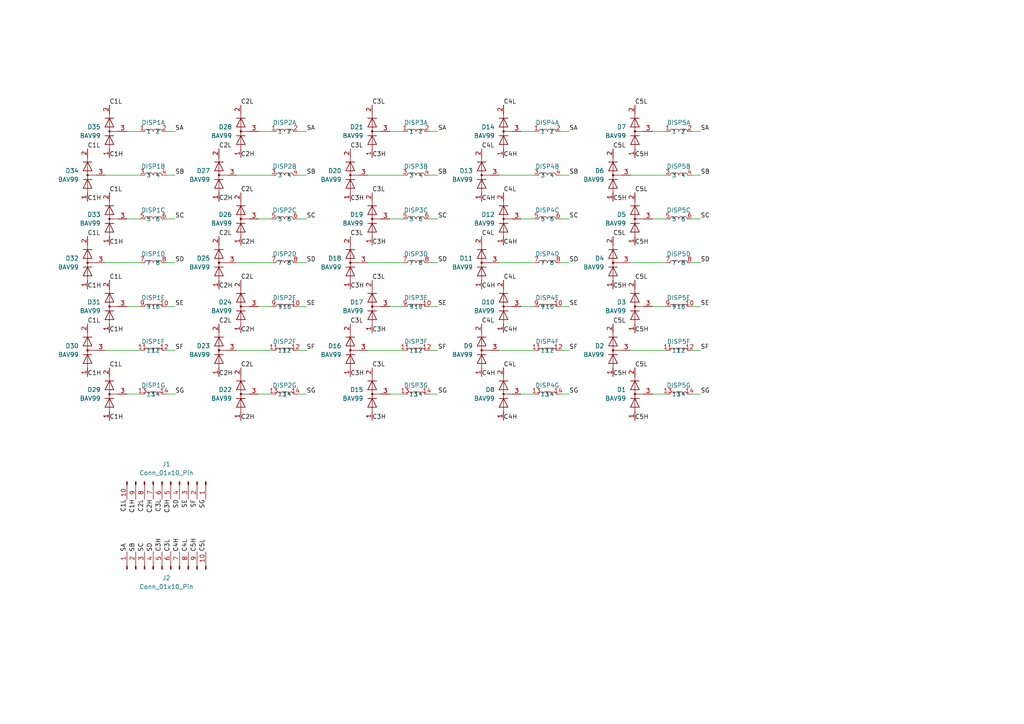
<source format=kicad_sch>
(kicad_sch (version 20230121) (generator eeschema)
  (paper "A4")
  (lib_symbols
    (symbol "Connector:Conn_01x10_Pin" (pin_names (offset 1.016) hide)
      (property "Reference" "J" (at 0 12.7 0))
      (property "Value" "Conn_01x10_Pin" (at 0 -15.24 0))
      (symbol "Conn_01x10_Pin_1_1"
        (polyline (pts (xy 1.27 -12.7) (xy 0.8636 -12.7)) (stroke (width 0.1524)))
        (polyline (pts (xy 1.27 -10.16) (xy 0.8636 -10.16)) (stroke (width 0.1524)))
        (polyline (pts (xy 1.27 -7.62) (xy 0.8636 -7.62)) (stroke (width 0.1524)))
        (polyline (pts (xy 1.27 -5.08) (xy 0.8636 -5.08)) (stroke (width 0.1524)))
        (polyline (pts (xy 1.27 -2.54) (xy 0.8636 -2.54)) (stroke (width 0.1524)))
        (polyline (pts (xy 1.27 0) (xy 0.8636 0)) (stroke (width 0.1524)))
        (polyline (pts (xy 1.27 2.54) (xy 0.8636 2.54)) (stroke (width 0.1524)))
        (polyline (pts (xy 1.27 5.08) (xy 0.8636 5.08)) (stroke (width 0.1524)))
        (polyline (pts (xy 1.27 7.62) (xy 0.8636 7.62)) (stroke (width 0.1524)))
        (polyline (pts (xy 1.27 10.16) (xy 0.8636 10.16)) (stroke (width 0.1524)))
        (rectangle (start 0.8636 -12.573) (end 0 -12.827) (stroke (width 0.1524)) (fill (type outline)))
        (rectangle (start 0.8636 -10.033) (end 0 -10.287) (stroke (width 0.1524)) (fill (type outline)))
        (rectangle (start 0.8636 -7.493) (end 0 -7.747) (stroke (width 0.1524)) (fill (type outline)))
        (rectangle (start 0.8636 -4.953) (end 0 -5.207) (stroke (width 0.1524)) (fill (type outline)))
        (rectangle (start 0.8636 -2.413) (end 0 -2.667) (stroke (width 0.1524)) (fill (type outline)))
        (rectangle (start 0.8636 0.127) (end 0 -0.127) (stroke (width 0.1524)) (fill (type outline)))
        (rectangle (start 0.8636 2.667) (end 0 2.413) (stroke (width 0.1524)) (fill (type outline)))
        (rectangle (start 0.8636 5.207) (end 0 4.953) (stroke (width 0.1524)) (fill (type outline)))
        (rectangle (start 0.8636 7.747) (end 0 7.493) (stroke (width 0.1524)) (fill (type outline)))
        (rectangle (start 0.8636 10.287) (end 0 10.033) (stroke (width 0.1524)) (fill (type outline)))
        (pin passive line (at 5.08 10.16 180) (length 3.81) (name "Pin_1") (number "1"))
        (pin passive line (at 5.08 -12.7 180) (length 3.81) (name "Pin_10") (number "10"))
        (pin passive line (at 5.08 7.62 180) (length 3.81) (name "Pin_2") (number "2"))
        (pin passive line (at 5.08 5.08 180) (length 3.81) (name "Pin_3") (number "3"))
        (pin passive line (at 5.08 2.54 180) (length 3.81) (name "Pin_4") (number "4"))
        (pin passive line (at 5.08 0 180) (length 3.81) (name "Pin_5") (number "5"))
        (pin passive line (at 5.08 -2.54 180) (length 3.81) (name "Pin_6") (number "6"))
        (pin passive line (at 5.08 -5.08 180) (length 3.81) (name "Pin_7") (number "7"))
        (pin passive line (at 5.08 -7.62 180) (length 3.81) (name "Pin_8") (number "8"))
        (pin passive line (at 5.08 -10.16 180) (length 3.81) (name "Pin_9") (number "9"))
      )
    )
    (symbol "Diode:BAV99" (pin_names hide)
      (property "Reference" "D" (at 0 5.08 0))
      (property "Value" "BAV99" (at 0 2.54 0))
      (symbol "BAV99_0_1"
        (polyline (pts (xy -5.08 0) (xy 5.08 0)))
      )
      (symbol "BAV99_1_1"
        (polyline (pts (xy 0 0) (xy 0 -2.54)))
        (polyline (pts (xy -1.27 -1.27) (xy -1.27 1.27) (xy -1.27 1.27)) (stroke (width 0.2032)))
        (polyline (pts (xy 3.81 1.27) (xy 3.81 -1.27) (xy 3.81 -1.27)) (stroke (width 0.2032)))
        (polyline (pts (xy -3.81 1.27) (xy -1.27 0) (xy -3.81 -1.27) (xy -3.81 1.27) (xy -3.81 1.27) (xy -3.81 1.27)) (stroke (width 0.2032)))
        (polyline (pts (xy 1.27 1.27) (xy 3.81 0) (xy 1.27 -1.27) (xy 1.27 1.27) (xy 1.27 1.27) (xy 1.27 1.27)) (stroke (width 0.2032)))
        (circle (center 0 0) (radius 0.254) (fill (type outline)))
        (pin passive line (at -7.62 0 0) (length 2.54) (name "K") (number "1"))
        (pin passive line (at 7.62 0 180) (length 2.54) (name "A") (number "2"))
        (pin passive line (at 0 -5.08 90) (length 2.54) (name "K") (number "3"))
      )
    )
    (symbol "FlipDots:1x7"
      (property "Reference" "DISP" (at 0 3.175 0))
      (symbol "1x7_0_1"
        (arc (start -1.27 0) (mid -1.905 0.6323) (end -2.54 0))
        (arc (start 0 0) (mid -0.635 0.6323) (end -1.27 0))
        (arc (start 1.27 0) (mid 0.635 0.6323) (end 0 0))
        (arc (start 2.54 0) (mid 1.905 0.6323) (end 1.27 0))
      )
      (symbol "1x7_1_1"
        (pin passive line (at -3.81 0 0) (length 1.27) (name "1") (number "1"))
        (pin passive line (at 3.81 0 180) (length 1.27) (name "2") (number "2"))
      )
      (symbol "1x7_2_1"
        (pin passive line (at -3.81 0 0) (length 1.27) (name "3") (number "3"))
        (pin passive line (at 3.81 0 180) (length 1.27) (name "4") (number "4"))
      )
      (symbol "1x7_3_1"
        (pin passive line (at -3.81 0 0) (length 1.27) (name "5") (number "5"))
        (pin passive line (at 3.81 0 180) (length 1.27) (name "6") (number "6"))
      )
      (symbol "1x7_4_1"
        (pin passive line (at -3.81 0 0) (length 1.27) (name "7") (number "7"))
        (pin passive line (at 3.81 0 180) (length 1.27) (name "8") (number "8"))
      )
      (symbol "1x7_5_1"
        (pin passive line (at 3.81 0 180) (length 1.27) (name "10") (number "10"))
        (pin passive line (at -3.81 0 0) (length 1.27) (name "9") (number "9"))
      )
      (symbol "1x7_6_1"
        (pin passive line (at -3.81 0 0) (length 1.27) (name "11") (number "11"))
        (pin passive line (at 3.81 0 180) (length 1.27) (name "12") (number "12"))
      )
      (symbol "1x7_7_1"
        (pin passive line (at -3.81 0 0) (length 1.27) (name "13") (number "13"))
        (pin passive line (at 3.81 0 180) (length 1.27) (name "14") (number "14"))
      )
    )
  )
  (wire (pts (xy 189.23 38.1) (xy 193.04 38.1)))
  (wire (pts (xy 68.58 76.2) (xy 78.74 76.2)))
  (wire (pts (xy 88.9 88.9) (xy 86.36 88.9)))
  (wire (pts (xy 203.2 114.3) (xy 200.66 114.3)))
  (wire (pts (xy 203.2 101.6) (xy 200.66 101.6)))
  (wire (pts (xy 127 88.9) (xy 124.46 88.9)))
  (wire (pts (xy 74.93 63.5) (xy 78.74 63.5)))
  (wire (pts (xy 165.1 63.5) (xy 162.56 63.5)))
  (wire (pts (xy 88.9 114.3) (xy 86.36 114.3)))
  (wire (pts (xy 151.13 88.9) (xy 154.94 88.9)))
  (wire (pts (xy 203.2 50.8) (xy 200.66 50.8)))
  (wire (pts (xy 144.78 101.6) (xy 154.94 101.6)))
  (wire (pts (xy 127 114.3) (xy 124.46 114.3)))
  (wire (pts (xy 127 101.6) (xy 124.46 101.6)))
  (wire (pts (xy 50.8 63.5) (xy 48.26 63.5)))
  (wire (pts (xy 88.9 50.8) (xy 86.36 50.8)))
  (wire (pts (xy 88.9 38.1) (xy 86.36 38.1)))
  (wire (pts (xy 165.1 88.9) (xy 162.56 88.9)))
  (wire (pts (xy 30.48 76.2) (xy 40.64 76.2)))
  (wire (pts (xy 113.03 114.3) (xy 116.84 114.3)))
  (wire (pts (xy 50.8 50.8) (xy 48.26 50.8)))
  (wire (pts (xy 182.88 101.6) (xy 193.04 101.6)))
  (wire (pts (xy 36.83 63.5) (xy 40.64 63.5)))
  (wire (pts (xy 151.13 114.3) (xy 154.94 114.3)))
  (wire (pts (xy 151.13 38.1) (xy 154.94 38.1)))
  (wire (pts (xy 68.58 101.6) (xy 78.74 101.6)))
  (wire (pts (xy 151.13 63.5) (xy 154.94 63.5)))
  (wire (pts (xy 36.83 114.3) (xy 40.64 114.3)))
  (wire (pts (xy 182.88 50.8) (xy 193.04 50.8)))
  (wire (pts (xy 189.23 114.3) (xy 193.04 114.3)))
  (wire (pts (xy 68.58 50.8) (xy 78.74 50.8)))
  (wire (pts (xy 106.68 76.2) (xy 116.84 76.2)))
  (wire (pts (xy 127 76.2) (xy 124.46 76.2)))
  (wire (pts (xy 113.03 63.5) (xy 116.84 63.5)))
  (wire (pts (xy 74.93 114.3) (xy 78.74 114.3)))
  (wire (pts (xy 203.2 63.5) (xy 200.66 63.5)))
  (wire (pts (xy 106.68 101.6) (xy 116.84 101.6)))
  (wire (pts (xy 144.78 50.8) (xy 154.94 50.8)))
  (wire (pts (xy 113.03 88.9) (xy 116.84 88.9)))
  (wire (pts (xy 30.48 50.8) (xy 40.64 50.8)))
  (wire (pts (xy 50.8 101.6) (xy 48.26 101.6)))
  (wire (pts (xy 203.2 38.1) (xy 200.66 38.1)))
  (wire (pts (xy 50.8 38.1) (xy 48.26 38.1)))
  (wire (pts (xy 113.03 38.1) (xy 116.84 38.1)))
  (wire (pts (xy 165.1 76.2) (xy 162.56 76.2)))
  (wire (pts (xy 74.93 88.9) (xy 78.74 88.9)))
  (wire (pts (xy 165.1 114.3) (xy 162.56 114.3)))
  (wire (pts (xy 203.2 88.9) (xy 200.66 88.9)))
  (wire (pts (xy 30.48 101.6) (xy 40.64 101.6)))
  (wire (pts (xy 189.23 88.9) (xy 193.04 88.9)))
  (wire (pts (xy 127 50.8) (xy 124.46 50.8)))
  (wire (pts (xy 127 38.1) (xy 124.46 38.1)))
  (wire (pts (xy 106.68 50.8) (xy 116.84 50.8)))
  (wire (pts (xy 74.93 38.1) (xy 78.74 38.1)))
  (wire (pts (xy 203.2 76.2) (xy 200.66 76.2)))
  (wire (pts (xy 182.88 76.2) (xy 193.04 76.2)))
  (wire (pts (xy 165.1 50.8) (xy 162.56 50.8)))
  (wire (pts (xy 50.8 114.3) (xy 48.26 114.3)))
  (wire (pts (xy 165.1 101.6) (xy 162.56 101.6)))
  (wire (pts (xy 88.9 76.2) (xy 86.36 76.2)))
  (wire (pts (xy 144.78 76.2) (xy 154.94 76.2)))
  (wire (pts (xy 88.9 101.6) (xy 86.36 101.6)))
  (wire (pts (xy 36.83 38.1) (xy 40.64 38.1)))
  (wire (pts (xy 127 63.5) (xy 124.46 63.5)))
  (wire (pts (xy 36.83 88.9) (xy 40.64 88.9)))
  (wire (pts (xy 165.1 38.1) (xy 162.56 38.1)))
  (wire (pts (xy 88.9 63.5) (xy 86.36 63.5)))
  (wire (pts (xy 50.8 76.2) (xy 48.26 76.2)))
  (wire (pts (xy 189.23 63.5) (xy 193.04 63.5)))
  (wire (pts (xy 50.8 88.9) (xy 48.26 88.9)))
  (label "C2H" (at 69.85 121.92 0))
  (label "SC" (at 88.9 63.5 0))
  (label "C4H" (at 146.05 45.72 0))
  (label "C3L" (at 101.6 43.18 0))
  (label "C3L" (at 107.95 55.88 0))
  (label "SB" (at 39.37 160.02 90))
  (label "C3L" (at 107.95 30.48 0))
  (label "SE" (at 127 88.9 0))
  (label "SC" (at 203.2 63.5 0))
  (label "C4H" (at 52.07 160.02 90))
  (label "C4L" (at 139.7 68.58 0))
  (label "C4H" (at 139.7 58.42 0))
  (label "C5H" (at 184.15 71.12 0))
  (label "SA" (at 127 38.1 0))
  (label "SC" (at 41.91 160.02 90))
  (label "C2L" (at 69.85 106.68 0))
  (label "SG" (at 127 114.3 0))
  (label "C2H" (at 69.85 71.12 0))
  (label "C4L" (at 146.05 30.48 0))
  (label "SF" (at 203.2 101.6 0))
  (label "SE" (at 203.2 88.9 0))
  (label "C5L" (at 177.8 93.98 0))
  (label "C5L" (at 184.15 81.28 0))
  (label "C5L" (at 59.69 160.02 90))
  (label "C4H" (at 146.05 96.52 0))
  (label "C5H" (at 184.15 45.72 0))
  (label "SA" (at 203.2 38.1 0))
  (label "SD" (at 44.45 160.02 90))
  (label "C2H" (at 69.85 96.52 0))
  (label "C5H" (at 177.8 58.42 0))
  (label "C1L" (at 36.83 144.78 270))
  (label "SE" (at 88.9 88.9 0))
  (label "C5H" (at 184.15 121.92 0))
  (label "SE" (at 165.1 88.9 0))
  (label "C5L" (at 177.8 68.58 0))
  (label "C4H" (at 146.05 71.12 0))
  (label "C5H" (at 184.15 96.52 0))
  (label "SF" (at 50.8 101.6 0))
  (label "C1H" (at 31.75 121.92 0))
  (label "C3L" (at 101.6 68.58 0))
  (label "SD" (at 52.07 144.78 270))
  (label "C3H" (at 107.95 71.12 0))
  (label "C3H" (at 101.6 109.22 0))
  (label "SA" (at 36.83 160.02 90))
  (label "SB" (at 203.2 50.8 0))
  (label "C3L" (at 101.6 93.98 0))
  (label "C2H" (at 63.5 109.22 0))
  (label "C4L" (at 146.05 81.28 0))
  (label "SE" (at 54.61 144.78 270))
  (label "C3H" (at 107.95 96.52 0))
  (label "C5L" (at 177.8 43.18 0))
  (label "C4H" (at 139.7 109.22 0))
  (label "C1H" (at 39.37 144.78 270))
  (label "SD" (at 88.9 76.2 0))
  (label "SE" (at 50.8 88.9 0))
  (label "C3H" (at 46.99 160.02 90))
  (label "C2L" (at 63.5 43.18 0))
  (label "SD" (at 127 76.2 0))
  (label "SC" (at 50.8 63.5 0))
  (label "SG" (at 165.1 114.3 0))
  (label "C4L" (at 54.61 160.02 90))
  (label "C1H" (at 31.75 96.52 0))
  (label "C2H" (at 69.85 45.72 0))
  (label "SF" (at 88.9 101.6 0))
  (label "C1L" (at 25.4 93.98 0))
  (label "C1L" (at 31.75 30.48 0))
  (label "C2H" (at 63.5 83.82 0))
  (label "C5H" (at 57.15 160.02 90))
  (label "C3L" (at 107.95 81.28 0))
  (label "C2L" (at 63.5 93.98 0))
  (label "C4L" (at 146.05 106.68 0))
  (label "C2L" (at 41.91 144.78 270))
  (label "SA" (at 50.8 38.1 0))
  (label "C5H" (at 177.8 109.22 0))
  (label "C5H" (at 177.8 83.82 0))
  (label "C4H" (at 146.05 121.92 0))
  (label "C3L" (at 46.99 144.78 270))
  (label "SB" (at 165.1 50.8 0))
  (label "C1L" (at 31.75 106.68 0))
  (label "C2H" (at 63.5 58.42 0))
  (label "C1H" (at 25.4 109.22 0))
  (label "SB" (at 50.8 50.8 0))
  (label "SG" (at 59.69 144.78 270))
  (label "SD" (at 165.1 76.2 0))
  (label "C2L" (at 69.85 81.28 0))
  (label "C2L" (at 69.85 55.88 0))
  (label "C3H" (at 107.95 121.92 0))
  (label "SD" (at 203.2 76.2 0))
  (label "C1H" (at 25.4 83.82 0))
  (label "SF" (at 57.15 144.78 270))
  (label "C5L" (at 184.15 55.88 0))
  (label "C1L" (at 31.75 55.88 0))
  (label "SF" (at 127 101.6 0))
  (label "C2L" (at 63.5 68.58 0))
  (label "C4L" (at 139.7 93.98 0))
  (label "C3L" (at 107.95 106.68 0))
  (label "SC" (at 165.1 63.5 0))
  (label "SG" (at 88.9 114.3 0))
  (label "SD" (at 50.8 76.2 0))
  (label "C1L" (at 31.75 81.28 0))
  (label "C1L" (at 25.4 68.58 0))
  (label "C3H" (at 49.53 144.78 270))
  (label "C4H" (at 139.7 83.82 0))
  (label "SA" (at 88.9 38.1 0))
  (label "SF" (at 165.1 101.6 0))
  (label "C3H" (at 107.95 45.72 0))
  (label "SG" (at 203.2 114.3 0))
  (label "C4L" (at 139.7 43.18 0))
  (label "C4L" (at 146.05 55.88 0))
  (label "SB" (at 127 50.8 0))
  (label "C1L" (at 25.4 43.18 0))
  (label "C3H" (at 101.6 58.42 0))
  (label "C1H" (at 31.75 71.12 0))
  (label "C3L" (at 49.53 160.02 90))
  (label "C5L" (at 184.15 106.68 0))
  (label "C2H" (at 44.45 144.78 270))
  (label "C1H" (at 31.75 45.72 0))
  (label "SB" (at 88.9 50.8 0))
  (label "C1H" (at 25.4 58.42 0))
  (label "C5L" (at 184.15 30.48 0))
  (label "C3H" (at 101.6 83.82 0))
  (label "SG" (at 50.8 114.3 0))
  (label "SC" (at 127 63.5 0))
  (label "C2L" (at 69.85 30.48 0))
  (label "SA" (at 165.1 38.1 0))
  (symbol (lib_id "Diode:BAV99") (at 63.5 50.8 90) (unit 1)
    (property "Reference" "D27" (at 60.96 49.53 90) (effects (justify left)))
    (property "Value" "BAV99" (at 60.96 52.07 90) (effects (justify left)))
    (property "Footprint" "Package_TO_SOT_SMD:SOT-23" (effects hide))
    (property "Datasheet" "https://assets.nexperia.com/documents/data-sheet/BAV99_SER.pdf" (effects hide))
  )
  (symbol (lib_id "FlipDots:1x7") (at 120.65 101.6 0) (unit 6)
    (property "Reference" "DISP3" (at 120.65 99.06 0))
    (property "Footprint" "FlipDots:1x7" (effects hide))
  )
  (symbol (lib_id "FlipDots:1x7") (at 44.45 101.6 0) (unit 6)
    (property "Reference" "DISP1" (at 44.45 99.06 0))
    (property "Footprint" "FlipDots:1x7" (effects hide))
  )
  (symbol (lib_id "FlipDots:1x7") (at 158.75 63.5 0) (unit 3)
    (property "Reference" "DISP4" (at 158.75 60.96 0))
    (property "Footprint" "FlipDots:1x7" (effects hide))
  )
  (symbol (lib_id "FlipDots:1x7") (at 82.55 88.9 0) (unit 5)
    (property "Reference" "DISP2" (at 82.55 86.36 0))
    (property "Footprint" "FlipDots:1x7" (effects hide))
  )
  (symbol (lib_id "Diode:BAV99") (at 63.5 101.6 90) (unit 1)
    (property "Reference" "D23" (at 60.96 100.33 90) (effects (justify left)))
    (property "Value" "BAV99" (at 60.96 102.87 90) (effects (justify left)))
    (property "Footprint" "Package_TO_SOT_SMD:SOT-23" (effects hide))
    (property "Datasheet" "https://assets.nexperia.com/documents/data-sheet/BAV99_SER.pdf" (effects hide))
  )
  (symbol (lib_id "Diode:BAV99") (at 31.75 88.9 90) (unit 1)
    (property "Reference" "D31" (at 29.21 87.63 90) (effects (justify left)))
    (property "Value" "BAV99" (at 29.21 90.17 90) (effects (justify left)))
    (property "Footprint" "Package_TO_SOT_SMD:SOT-23" (effects hide))
    (property "Datasheet" "https://assets.nexperia.com/documents/data-sheet/BAV99_SER.pdf" (effects hide))
  )
  (symbol (lib_id "Diode:BAV99") (at 107.95 63.5 90) (unit 1)
    (property "Reference" "D19" (at 105.41 62.23 90) (effects (justify left)))
    (property "Value" "BAV99" (at 105.41 64.77 90) (effects (justify left)))
    (property "Footprint" "Package_TO_SOT_SMD:SOT-23" (effects hide))
    (property "Datasheet" "https://assets.nexperia.com/documents/data-sheet/BAV99_SER.pdf" (effects hide))
  )
  (symbol (lib_id "Diode:BAV99") (at 177.8 101.6 90) (unit 1)
    (property "Reference" "D2" (at 175.26 100.33 90) (effects (justify left)))
    (property "Value" "BAV99" (at 175.26 102.87 90) (effects (justify left)))
    (property "Footprint" "Package_TO_SOT_SMD:SOT-23" (effects hide))
    (property "Datasheet" "https://assets.nexperia.com/documents/data-sheet/BAV99_SER.pdf" (effects hide))
  )
  (symbol (lib_id "FlipDots:1x7") (at 82.55 38.1 0) (unit 1)
    (property "Reference" "DISP2" (at 82.55 35.56 0))
    (property "Footprint" "FlipDots:1x7" (effects hide))
  )
  (symbol (lib_id "FlipDots:1x7") (at 158.75 88.9 0) (unit 5)
    (property "Reference" "DISP4" (at 158.75 86.36 0))
    (property "Footprint" "FlipDots:1x7" (effects hide))
  )
  (symbol (lib_id "FlipDots:1x7") (at 82.55 50.8 0) (unit 2)
    (property "Reference" "DISP2" (at 82.55 48.26 0))
    (property "Footprint" "FlipDots:1x7" (effects hide))
  )
  (symbol (lib_id "FlipDots:1x7") (at 82.55 76.2 0) (unit 4)
    (property "Reference" "DISP2" (at 82.55 73.66 0))
    (property "Footprint" "FlipDots:1x7" (effects hide))
  )
  (symbol (lib_id "FlipDots:1x7") (at 196.85 76.2 0) (unit 4)
    (property "Reference" "DISP5" (at 196.85 73.66 0))
    (property "Footprint" "FlipDots:1x7" (effects hide))
  )
  (symbol (lib_id "FlipDots:1x7") (at 158.75 38.1 0) (unit 1)
    (property "Reference" "DISP4" (at 158.75 35.56 0))
    (property "Footprint" "FlipDots:1x7" (effects hide))
  )
  (symbol (lib_id "Diode:BAV99") (at 139.7 50.8 90) (unit 1)
    (property "Reference" "D13" (at 137.16 49.53 90) (effects (justify left)))
    (property "Value" "BAV99" (at 137.16 52.07 90) (effects (justify left)))
    (property "Footprint" "Package_TO_SOT_SMD:SOT-23" (effects hide))
    (property "Datasheet" "https://assets.nexperia.com/documents/data-sheet/BAV99_SER.pdf" (effects hide))
  )
  (symbol (lib_id "Diode:BAV99") (at 177.8 50.8 90) (unit 1)
    (property "Reference" "D6" (at 175.26 49.53 90) (effects (justify left)))
    (property "Value" "BAV99" (at 175.26 52.07 90) (effects (justify left)))
    (property "Footprint" "Package_TO_SOT_SMD:SOT-23" (effects hide))
    (property "Datasheet" "https://assets.nexperia.com/documents/data-sheet/BAV99_SER.pdf" (effects hide))
  )
  (symbol (lib_id "Diode:BAV99") (at 69.85 114.3 90) (unit 1)
    (property "Reference" "D22" (at 67.31 113.03 90) (effects (justify left)))
    (property "Value" "BAV99" (at 67.31 115.57 90) (effects (justify left)))
    (property "Footprint" "Package_TO_SOT_SMD:SOT-23" (effects hide))
    (property "Datasheet" "https://assets.nexperia.com/documents/data-sheet/BAV99_SER.pdf" (effects hide))
  )
  (symbol (lib_id "FlipDots:1x7") (at 120.65 38.1 0) (unit 1)
    (property "Reference" "DISP3" (at 120.65 35.56 0))
    (property "Footprint" "FlipDots:1x7" (effects hide))
  )
  (symbol (lib_id "Diode:BAV99") (at 184.15 114.3 90) (unit 1)
    (property "Reference" "D1" (at 181.61 113.03 90) (effects (justify left)))
    (property "Value" "BAV99" (at 181.61 115.57 90) (effects (justify left)))
    (property "Footprint" "Package_TO_SOT_SMD:SOT-23" (effects hide))
    (property "Datasheet" "https://assets.nexperia.com/documents/data-sheet/BAV99_SER.pdf" (effects hide))
  )
  (symbol (lib_id "Diode:BAV99") (at 146.05 63.5 90) (unit 1)
    (property "Reference" "D12" (at 143.51 62.23 90) (effects (justify left)))
    (property "Value" "BAV99" (at 143.51 64.77 90) (effects (justify left)))
    (property "Footprint" "Package_TO_SOT_SMD:SOT-23" (effects hide))
    (property "Datasheet" "https://assets.nexperia.com/documents/data-sheet/BAV99_SER.pdf" (effects hide))
  )
  (symbol (lib_id "FlipDots:1x7") (at 44.45 76.2 0) (unit 4)
    (property "Reference" "DISP1" (at 44.45 73.66 0))
    (property "Footprint" "FlipDots:1x7" (effects hide))
  )
  (symbol (lib_id "FlipDots:1x7") (at 158.75 76.2 0) (unit 4)
    (property "Reference" "DISP4" (at 158.75 73.66 0))
    (property "Footprint" "FlipDots:1x7" (effects hide))
  )
  (symbol (lib_id "FlipDots:1x7") (at 44.45 38.1 0) (unit 1)
    (property "Reference" "DISP1" (at 44.45 35.56 0))
    (property "Footprint" "FlipDots:1x7" (effects hide))
  )
  (symbol (lib_id "Diode:BAV99") (at 107.95 88.9 90) (unit 1)
    (property "Reference" "D17" (at 105.41 87.63 90) (effects (justify left)))
    (property "Value" "BAV99" (at 105.41 90.17 90) (effects (justify left)))
    (property "Footprint" "Package_TO_SOT_SMD:SOT-23" (effects hide))
    (property "Datasheet" "https://assets.nexperia.com/documents/data-sheet/BAV99_SER.pdf" (effects hide))
  )
  (symbol (lib_id "FlipDots:1x7") (at 196.85 114.3 0) (unit 7)
    (property "Reference" "DISP5" (at 196.85 111.76 0))
    (property "Footprint" "FlipDots:1x7" (effects hide))
  )
  (symbol (lib_id "FlipDots:1x7") (at 196.85 101.6 0) (unit 6)
    (property "Reference" "DISP5" (at 196.85 99.06 0))
    (property "Footprint" "FlipDots:1x7" (effects hide))
  )
  (symbol (lib_id "Diode:BAV99") (at 107.95 38.1 90) (unit 1)
    (property "Reference" "D21" (at 105.41 36.83 90) (effects (justify left)))
    (property "Value" "BAV99" (at 105.41 39.37 90) (effects (justify left)))
    (property "Footprint" "Package_TO_SOT_SMD:SOT-23" (effects hide))
    (property "Datasheet" "https://assets.nexperia.com/documents/data-sheet/BAV99_SER.pdf" (effects hide))
  )
  (symbol (lib_id "Diode:BAV99") (at 139.7 101.6 90) (unit 1)
    (property "Reference" "D9" (at 137.16 100.33 90) (effects (justify left)))
    (property "Value" "BAV99" (at 137.16 102.87 90) (effects (justify left)))
    (property "Footprint" "Package_TO_SOT_SMD:SOT-23" (effects hide))
    (property "Datasheet" "https://assets.nexperia.com/documents/data-sheet/BAV99_SER.pdf" (effects hide))
  )
  (symbol (lib_id "FlipDots:1x7") (at 44.45 63.5 0) (unit 3)
    (property "Reference" "DISP1" (at 44.45 60.96 0))
    (property "Footprint" "FlipDots:1x7" (effects hide))
  )
  (symbol (lib_id "FlipDots:1x7") (at 158.75 101.6 0) (unit 6)
    (property "Reference" "DISP4" (at 158.75 99.06 0))
    (property "Footprint" "FlipDots:1x7" (effects hide))
  )
  (symbol (lib_id "Diode:BAV99") (at 139.7 76.2 90) (unit 1)
    (property "Reference" "D11" (at 137.16 74.93 90) (effects (justify left)))
    (property "Value" "BAV99" (at 137.16 77.47 90) (effects (justify left)))
    (property "Footprint" "Package_TO_SOT_SMD:SOT-23" (effects hide))
    (property "Datasheet" "https://assets.nexperia.com/documents/data-sheet/BAV99_SER.pdf" (effects hide))
  )
  (symbol (lib_id "FlipDots:1x7") (at 120.65 63.5 0) (unit 3)
    (property "Reference" "DISP3" (at 120.65 60.96 0))
    (property "Footprint" "FlipDots:1x7" (effects hide))
  )
  (symbol (lib_id "Diode:BAV99") (at 184.15 63.5 90) (unit 1)
    (property "Reference" "D5" (at 181.61 62.23 90) (effects (justify left)))
    (property "Value" "BAV99" (at 181.61 64.77 90) (effects (justify left)))
    (property "Footprint" "Package_TO_SOT_SMD:SOT-23" (effects hide))
    (property "Datasheet" "https://assets.nexperia.com/documents/data-sheet/BAV99_SER.pdf" (effects hide))
  )
  (symbol (lib_id "Diode:BAV99") (at 25.4 76.2 90) (unit 1)
    (property "Reference" "D32" (at 22.86 74.93 90) (effects (justify left)))
    (property "Value" "BAV99" (at 22.86 77.47 90) (effects (justify left)))
    (property "Footprint" "Package_TO_SOT_SMD:SOT-23" (effects hide))
    (property "Datasheet" "https://assets.nexperia.com/documents/data-sheet/BAV99_SER.pdf" (effects hide))
  )
  (symbol (lib_id "Diode:BAV99") (at 101.6 50.8 90) (unit 1)
    (property "Reference" "D20" (at 99.06 49.53 90) (effects (justify left)))
    (property "Value" "BAV99" (at 99.06 52.07 90) (effects (justify left)))
    (property "Footprint" "Package_TO_SOT_SMD:SOT-23" (effects hide))
    (property "Datasheet" "https://assets.nexperia.com/documents/data-sheet/BAV99_SER.pdf" (effects hide))
  )
  (symbol (lib_id "FlipDots:1x7") (at 120.65 76.2 0) (unit 4)
    (property "Reference" "DISP3" (at 120.65 73.66 0))
    (property "Footprint" "FlipDots:1x7" (effects hide))
  )
  (symbol (lib_id "FlipDots:1x7") (at 196.85 50.8 0) (unit 2)
    (property "Reference" "DISP5" (at 196.85 48.26 0))
    (property "Footprint" "FlipDots:1x7" (effects hide))
  )
  (symbol (lib_id "Diode:BAV99") (at 101.6 101.6 90) (unit 1)
    (property "Reference" "D16" (at 99.06 100.33 90) (effects (justify left)))
    (property "Value" "BAV99" (at 99.06 102.87 90) (effects (justify left)))
    (property "Footprint" "Package_TO_SOT_SMD:SOT-23" (effects hide))
    (property "Datasheet" "https://assets.nexperia.com/documents/data-sheet/BAV99_SER.pdf" (effects hide))
  )
  (symbol (lib_id "FlipDots:1x7") (at 158.75 114.3 0) (unit 7)
    (property "Reference" "DISP4" (at 158.75 111.76 0))
    (property "Footprint" "FlipDots:1x7" (effects hide))
  )
  (symbol (lib_id "Diode:BAV99") (at 107.95 114.3 90) (unit 1)
    (property "Reference" "D15" (at 105.41 113.03 90) (effects (justify left)))
    (property "Value" "BAV99" (at 105.41 115.57 90) (effects (justify left)))
    (property "Footprint" "Package_TO_SOT_SMD:SOT-23" (effects hide))
    (property "Datasheet" "https://assets.nexperia.com/documents/data-sheet/BAV99_SER.pdf" (effects hide))
  )
  (symbol (lib_id "FlipDots:1x7") (at 120.65 88.9 0) (unit 5)
    (property "Reference" "DISP3" (at 120.65 86.36 0))
    (property "Footprint" "FlipDots:1x7" (effects hide))
  )
  (symbol (lib_id "Diode:BAV99") (at 31.75 38.1 90) (unit 1)
    (property "Reference" "D35" (at 29.21 36.83 90) (effects (justify left)))
    (property "Value" "BAV99" (at 29.21 39.37 90) (effects (justify left)))
    (property "Footprint" "Package_TO_SOT_SMD:SOT-23" (effects hide))
    (property "Datasheet" "https://assets.nexperia.com/documents/data-sheet/BAV99_SER.pdf" (effects hide))
  )
  (symbol (lib_id "Diode:BAV99") (at 146.05 88.9 90) (unit 1)
    (property "Reference" "D10" (at 143.51 87.63 90) (effects (justify left)))
    (property "Value" "BAV99" (at 143.51 90.17 90) (effects (justify left)))
    (property "Footprint" "Package_TO_SOT_SMD:SOT-23" (effects hide))
    (property "Datasheet" "https://assets.nexperia.com/documents/data-sheet/BAV99_SER.pdf" (effects hide))
  )
  (symbol (lib_id "Diode:BAV99") (at 25.4 50.8 90) (unit 1)
    (property "Reference" "D34" (at 22.86 49.53 90) (effects (justify left)))
    (property "Value" "BAV99" (at 22.86 52.07 90) (effects (justify left)))
    (property "Footprint" "Package_TO_SOT_SMD:SOT-23" (effects hide))
    (property "Datasheet" "https://assets.nexperia.com/documents/data-sheet/BAV99_SER.pdf" (effects hide))
  )
  (symbol (lib_id "FlipDots:1x7") (at 44.45 50.8 0) (unit 2)
    (property "Reference" "DISP1" (at 44.45 48.26 0))
    (property "Footprint" "FlipDots:1x7" (effects hide))
  )
  (symbol (lib_id "FlipDots:1x7") (at 82.55 114.3 0) (unit 7)
    (property "Reference" "DISP2" (at 82.55 111.76 0))
    (property "Footprint" "FlipDots:1x7" (effects hide))
  )
  (symbol (lib_id "Diode:BAV99") (at 69.85 63.5 90) (unit 1)
    (property "Reference" "D26" (at 67.31 62.23 90) (effects (justify left)))
    (property "Value" "BAV99" (at 67.31 64.77 90) (effects (justify left)))
    (property "Footprint" "Package_TO_SOT_SMD:SOT-23" (effects hide))
    (property "Datasheet" "https://assets.nexperia.com/documents/data-sheet/BAV99_SER.pdf" (effects hide))
  )
  (symbol (lib_id "Diode:BAV99") (at 63.5 76.2 90) (unit 1)
    (property "Reference" "D25" (at 60.96 74.93 90) (effects (justify left)))
    (property "Value" "BAV99" (at 60.96 77.47 90) (effects (justify left)))
    (property "Footprint" "Package_TO_SOT_SMD:SOT-23" (effects hide))
    (property "Datasheet" "https://assets.nexperia.com/documents/data-sheet/BAV99_SER.pdf" (effects hide))
  )
  (symbol (lib_id "Connector:Conn_01x10_Pin") (at 49.53 139.7 270) (unit 1)
    (property "Reference" "J1" (at 48.26 134.62 90))
    (property "Value" "Conn_01x10_Pin" (at 48.26 137.16 90))
    (property "Footprint" "Connector_PinHeader_2.54mm:PinHeader_1x10_P2.54mm_Vertical" (effects hide))
  )
  (symbol (lib_id "FlipDots:1x7") (at 196.85 63.5 0) (unit 3)
    (property "Reference" "DISP5" (at 196.85 60.96 0))
    (property "Footprint" "FlipDots:1x7" (effects hide))
  )
  (symbol (lib_id "Connector:Conn_01x10_Pin") (at 46.99 165.1 90) (unit 1)
    (property "Reference" "J2" (at 48.26 167.64 90))
    (property "Value" "Conn_01x10_Pin" (at 48.26 170.18 90))
    (property "Footprint" "Connector_PinHeader_2.54mm:PinHeader_1x10_P2.54mm_Vertical" (effects hide))
  )
  (symbol (lib_id "Diode:BAV99") (at 146.05 114.3 90) (unit 1)
    (property "Reference" "D8" (at 143.51 113.03 90) (effects (justify left)))
    (property "Value" "BAV99" (at 143.51 115.57 90) (effects (justify left)))
    (property "Footprint" "Package_TO_SOT_SMD:SOT-23" (effects hide))
    (property "Datasheet" "https://assets.nexperia.com/documents/data-sheet/BAV99_SER.pdf" (effects hide))
  )
  (symbol (lib_id "Diode:BAV99") (at 184.15 38.1 90) (unit 1)
    (property "Reference" "D7" (at 181.61 36.83 90) (effects (justify left)))
    (property "Value" "BAV99" (at 181.61 39.37 90) (effects (justify left)))
    (property "Footprint" "Package_TO_SOT_SMD:SOT-23" (effects hide))
    (property "Datasheet" "https://assets.nexperia.com/documents/data-sheet/BAV99_SER.pdf" (effects hide))
  )
  (symbol (lib_id "Diode:BAV99") (at 146.05 38.1 90) (unit 1)
    (property "Reference" "D14" (at 143.51 36.83 90) (effects (justify left)))
    (property "Value" "BAV99" (at 143.51 39.37 90) (effects (justify left)))
    (property "Footprint" "Package_TO_SOT_SMD:SOT-23" (effects hide))
    (property "Datasheet" "https://assets.nexperia.com/documents/data-sheet/BAV99_SER.pdf" (effects hide))
  )
  (symbol (lib_id "FlipDots:1x7") (at 158.75 50.8 0) (unit 2)
    (property "Reference" "DISP4" (at 158.75 48.26 0))
    (property "Footprint" "FlipDots:1x7" (effects hide))
  )
  (symbol (lib_id "Diode:BAV99") (at 69.85 38.1 90) (unit 1)
    (property "Reference" "D28" (at 67.31 36.83 90) (effects (justify left)))
    (property "Value" "BAV99" (at 67.31 39.37 90) (effects (justify left)))
    (property "Footprint" "Package_TO_SOT_SMD:SOT-23" (effects hide))
    (property "Datasheet" "https://assets.nexperia.com/documents/data-sheet/BAV99_SER.pdf" (effects hide))
  )
  (symbol (lib_id "Diode:BAV99") (at 177.8 76.2 90) (unit 1)
    (property "Reference" "D4" (at 175.26 74.93 90) (effects (justify left)))
    (property "Value" "BAV99" (at 175.26 77.47 90) (effects (justify left)))
    (property "Footprint" "Package_TO_SOT_SMD:SOT-23" (effects hide))
    (property "Datasheet" "https://assets.nexperia.com/documents/data-sheet/BAV99_SER.pdf" (effects hide))
  )
  (symbol (lib_id "Diode:BAV99") (at 184.15 88.9 90) (unit 1)
    (property "Reference" "D3" (at 181.61 87.63 90) (effects (justify left)))
    (property "Value" "BAV99" (at 181.61 90.17 90) (effects (justify left)))
    (property "Footprint" "Package_TO_SOT_SMD:SOT-23" (effects hide))
    (property "Datasheet" "https://assets.nexperia.com/documents/data-sheet/BAV99_SER.pdf" (effects hide))
  )
  (symbol (lib_id "Diode:BAV99") (at 25.4 101.6 90) (unit 1)
    (property "Reference" "D30" (at 22.86 100.33 90) (effects (justify left)))
    (property "Value" "BAV99" (at 22.86 102.87 90) (effects (justify left)))
    (property "Footprint" "Package_TO_SOT_SMD:SOT-23" (effects hide))
    (property "Datasheet" "https://assets.nexperia.com/documents/data-sheet/BAV99_SER.pdf" (effects hide))
  )
  (symbol (lib_id "Diode:BAV99") (at 31.75 114.3 90) (unit 1)
    (property "Reference" "D29" (at 29.21 113.03 90) (effects (justify left)))
    (property "Value" "BAV99" (at 29.21 115.57 90) (effects (justify left)))
    (property "Footprint" "Package_TO_SOT_SMD:SOT-23" (effects hide))
    (property "Datasheet" "https://assets.nexperia.com/documents/data-sheet/BAV99_SER.pdf" (effects hide))
  )
  (symbol (lib_id "FlipDots:1x7") (at 120.65 114.3 0) (unit 7)
    (property "Reference" "DISP3" (at 120.65 111.76 0))
    (property "Footprint" "FlipDots:1x7" (effects hide))
  )
  (symbol (lib_id "Diode:BAV99") (at 69.85 88.9 90) (unit 1)
    (property "Reference" "D24" (at 67.31 87.63 90) (effects (justify left)))
    (property "Value" "BAV99" (at 67.31 90.17 90) (effects (justify left)))
    (property "Footprint" "Package_TO_SOT_SMD:SOT-23" (effects hide))
    (property "Datasheet" "https://assets.nexperia.com/documents/data-sheet/BAV99_SER.pdf" (effects hide))
  )
  (symbol (lib_id "FlipDots:1x7") (at 82.55 63.5 0) (unit 3)
    (property "Reference" "DISP2" (at 82.55 60.96 0))
    (property "Footprint" "FlipDots:1x7" (effects hide))
  )
  (symbol (lib_id "FlipDots:1x7") (at 196.85 88.9 0) (unit 5)
    (property "Reference" "DISP5" (at 196.85 86.36 0))
    (property "Footprint" "FlipDots:1x7" (effects hide))
  )
  (symbol (lib_id "FlipDots:1x7") (at 82.55 101.6 0) (unit 6)
    (property "Reference" "DISP2" (at 82.55 99.06 0))
    (property "Footprint" "FlipDots:1x7" (effects hide))
  )
  (symbol (lib_id "FlipDots:1x7") (at 44.45 88.9 0) (unit 5)
    (property "Reference" "DISP1" (at 44.45 86.36 0))
    (property "Footprint" "FlipDots:1x7" (effects hide))
  )
  (symbol (lib_id "Diode:BAV99") (at 101.6 76.2 90) (unit 1)
    (property "Reference" "D18" (at 99.06 74.93 90) (effects (justify left)))
    (property "Value" "BAV99" (at 99.06 77.47 90) (effects (justify left)))
    (property "Footprint" "Package_TO_SOT_SMD:SOT-23" (effects hide))
    (property "Datasheet" "https://assets.nexperia.com/documents/data-sheet/BAV99_SER.pdf" (effects hide))
  )
  (symbol (lib_id "FlipDots:1x7") (at 120.65 50.8 0) (unit 2)
    (property "Reference" "DISP3" (at 120.65 48.26 0))
    (property "Footprint" "FlipDots:1x7" (effects hide))
  )
  (symbol (lib_id "FlipDots:1x7") (at 44.45 114.3 0) (unit 7)
    (property "Reference" "DISP1" (at 44.45 111.76 0))
    (property "Footprint" "FlipDots:1x7" (effects hide))
  )
  (symbol (lib_id "FlipDots:1x7") (at 196.85 38.1 0) (unit 1)
    (property "Reference" "DISP5" (at 196.85 35.56 0))
    (property "Footprint" "FlipDots:1x7" (effects hide))
  )
  (symbol (lib_id "Diode:BAV99") (at 31.75 63.5 90) (unit 1)
    (property "Reference" "D33" (at 29.21 62.23 90) (effects (justify left)))
    (property "Value" "BAV99" (at 29.21 64.77 90) (effects (justify left)))
    (property "Footprint" "Package_TO_SOT_SMD:SOT-23" (effects hide))
    (property "Datasheet" "https://assets.nexperia.com/documents/data-sheet/BAV99_SER.pdf" (effects hide))
  )
)
</source>
